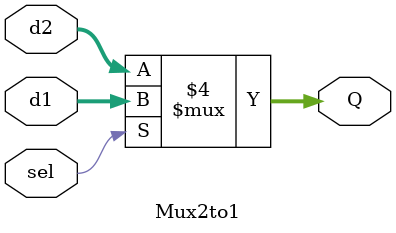
<source format=sv>
`timescale 1ns / 1ps
parameter DATASIZE = 224;

module PacketRegister #(parameter WIDTH=DATASIZE) (
    input logic clock, reset, en,BS_READY,
    input logic [DATASIZE-1:0] inD,
    output logic hasUnusedData,
    output logic [32:0] sptprice,
    strike    ,
    rate      ,
    volatility,
    time_r    ,
    otype     ,
    timet     );
    logic prevBS_READY;
    always_ff @(posedge clock, posedge reset) begin
        if(reset) begin
            sptprice      <= 32'd0;
            strike        <= 32'd0;
            rate          <= 32'd0;
            volatility    <= 32'd0;
            time_r        <= 32'd0;
            otype         <= 32'd0;
            timet         <= 32'd0;
            hasUnusedData <=  1'b0;
            prevBS_READY  <=  1'b0;
        end
        else if (en) begin
            sptprice      <= inD[223:192];
            strike        <= inD[191:160];
            rate          <= inD[159:128];
            volatility    <= inD[127:96];
            time_r        <= inD[95:64];
            otype         <= inD[63:32];
            timet         <= inD[31:0];
            hasUnusedData <= 1'b1;
        end
        else if (~prevBS_READY && BS_READY) begin
            hasUnusedData <= 1'b0;
        end
        prevBS_READY<=BS_READY;
    end
endmodule: PacketRegister

module Counter #(parameter WIDTH=8) (
    input logic clock, reset, clear, inc, dec,
    output logic [WIDTH-1:0] count);
    
    always_ff @(posedge clock, posedge reset) begin
        if (reset||clear) begin
            count<={WIDTH{1'b0}};
        end
        else if (inc) begin
            count<=count+1'b1;
        end
        else if (dec) begin
            if (count>0)
                count<=count-1;
        end
    end
 endmodule: Counter
 
 module Mux2to1 #(parameter WIDTH=8) (
    input logic [WIDTH-1:0] d1,d2,
    input logic sel,
    output logic [WIDTH-1:0] Q);
    always_comb begin
        if (sel==1'b1)
            Q=d1;
        else
            Q=d2;
    end
endmodule: Mux2to1

</source>
